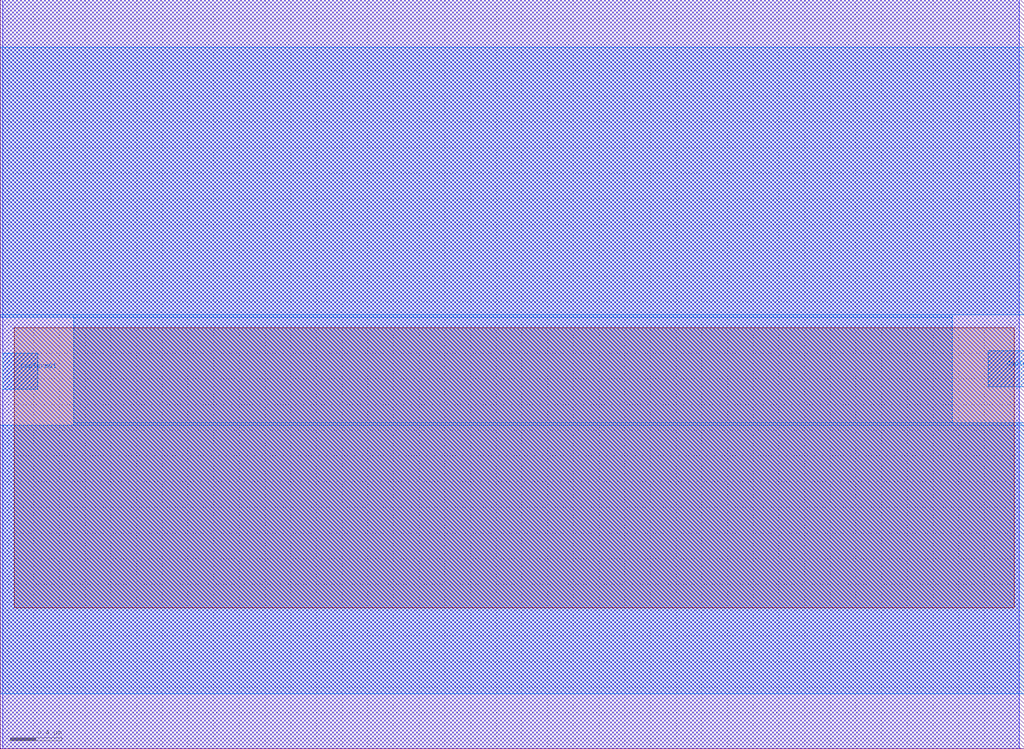
<source format=lef>
VERSION 5.7 ;
  NOWIREEXTENSIONATPIN ON ;
  DIVIDERCHAR "/" ;
  BUSBITCHARS "[]" ;
UNITS
  DATABASE MICRONS 200 ;
END UNITS

LAYER via2
  TYPE CUT ;
END via2

LAYER via
  TYPE CUT ;
END via

LAYER nwell
  TYPE MASTERSLICE ;
END nwell

LAYER via3
  TYPE CUT ;
END via3

LAYER pwell
  TYPE MASTERSLICE ;
END pwell

LAYER via4
  TYPE CUT ;
END via4

LAYER mcon
  TYPE CUT ;
END mcon

LAYER met6
  TYPE ROUTING ;
  WIDTH 0.030000 ;
  SPACING 0.040000 ;
  DIRECTION HORIZONTAL ;
END met6

LAYER met1
  TYPE ROUTING ;
  WIDTH 0.140000 ;
  SPACING 0.140000 ;
  DIRECTION HORIZONTAL ;
END met1

LAYER met3
  TYPE ROUTING ;
  WIDTH 0.300000 ;
  SPACING 0.300000 ;
  DIRECTION HORIZONTAL ;
END met3

LAYER met2
  TYPE ROUTING ;
  WIDTH 0.140000 ;
  SPACING 0.140000 ;
  DIRECTION HORIZONTAL ;
END met2

LAYER met4
  TYPE ROUTING ;
  WIDTH 0.300000 ;
  SPACING 0.300000 ;
  DIRECTION HORIZONTAL ;
END met4

LAYER met5
  TYPE ROUTING ;
  WIDTH 1.600000 ;
  SPACING 1.600000 ;
  DIRECTION HORIZONTAL ;
END met5

LAYER li1
  TYPE ROUTING ;
  WIDTH 0.170000 ;
  SPACING 0.170000 ;
  DIRECTION HORIZONTAL ;
END li1

MACRO sky130_hilas_capacitorSize02
  CLASS BLOCK ;
  FOREIGN sky130_hilas_capacitorSize02 ;
  ORIGIN -14.140 0.480 ;
  SIZE 7.970 BY 5.830 ;
  PIN CapTerm02
    USE ANALOG ;
    PORT
      LAYER met2 ;
        RECT 21.830 2.340 22.110 2.620 ;
    END
  END CapTerm02
  PIN CapTerm01
    USE ANALOG ;
    PORT
      LAYER met2 ;
        RECT 14.160 2.320 14.430 2.600 ;
    END
  END CapTerm01
  OBS
      LAYER met2 ;
        RECT 14.140 2.900 22.110 4.980 ;
        RECT 14.140 2.880 21.550 2.900 ;
        RECT 14.710 2.060 21.550 2.880 ;
        RECT 14.710 2.040 22.110 2.060 ;
        RECT 14.140 -0.050 22.110 2.040 ;
      LAYER met3 ;
        RECT 14.160 -0.480 22.070 5.350 ;
      LAYER met4 ;
        RECT 14.250 0.620 22.030 2.800 ;
  END
END sky130_hilas_capacitorSize02
END LIBRARY


</source>
